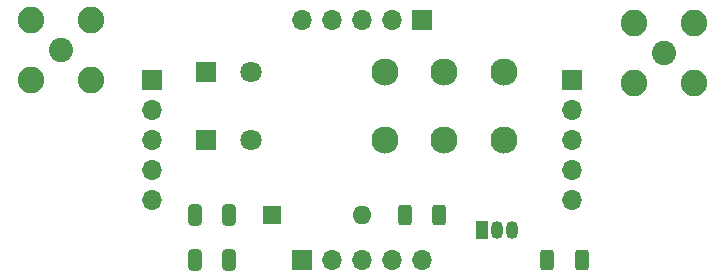
<source format=gbr>
%TF.GenerationSoftware,KiCad,Pcbnew,9.0.6*%
%TF.CreationDate,2026-01-07T20:23:40-06:00*%
%TF.ProjectId,K9HZ_100W_11band_LPF-TR-carrier_01_06_26,4b39485a-5f31-4303-9057-5f313162616e,rev?*%
%TF.SameCoordinates,Original*%
%TF.FileFunction,Soldermask,Top*%
%TF.FilePolarity,Negative*%
%FSLAX46Y46*%
G04 Gerber Fmt 4.6, Leading zero omitted, Abs format (unit mm)*
G04 Created by KiCad (PCBNEW 9.0.6) date 2026-01-07 20:23:40*
%MOMM*%
%LPD*%
G01*
G04 APERTURE LIST*
G04 Aperture macros list*
%AMRoundRect*
0 Rectangle with rounded corners*
0 $1 Rounding radius*
0 $2 $3 $4 $5 $6 $7 $8 $9 X,Y pos of 4 corners*
0 Add a 4 corners polygon primitive as box body*
4,1,4,$2,$3,$4,$5,$6,$7,$8,$9,$2,$3,0*
0 Add four circle primitives for the rounded corners*
1,1,$1+$1,$2,$3*
1,1,$1+$1,$4,$5*
1,1,$1+$1,$6,$7*
1,1,$1+$1,$8,$9*
0 Add four rect primitives between the rounded corners*
20,1,$1+$1,$2,$3,$4,$5,0*
20,1,$1+$1,$4,$5,$6,$7,0*
20,1,$1+$1,$6,$7,$8,$9,0*
20,1,$1+$1,$8,$9,$2,$3,0*%
G04 Aperture macros list end*
%ADD10C,2.250000*%
%ADD11RoundRect,0.250000X-0.312500X-0.625000X0.312500X-0.625000X0.312500X0.625000X-0.312500X0.625000X0*%
%ADD12C,2.300000*%
%ADD13R,1.800000X1.800000*%
%ADD14C,1.800000*%
%ADD15RoundRect,0.250000X0.325000X0.650000X-0.325000X0.650000X-0.325000X-0.650000X0.325000X-0.650000X0*%
%ADD16R,1.700000X1.700000*%
%ADD17O,1.700000X1.700000*%
%ADD18R,1.600000X1.600000*%
%ADD19O,1.600000X1.600000*%
%ADD20R,1.050000X1.500000*%
%ADD21O,1.050000X1.500000*%
%ADD22C,2.050000*%
G04 APERTURE END LIST*
D10*
%TO.C,*%
X115062000Y-78994000D03*
%TD*%
%TO.C,*%
X115062000Y-84074000D03*
%TD*%
%TO.C,*%
X69088000Y-78740000D03*
%TD*%
D11*
%TO.C,R2*%
X107757500Y-99060000D03*
X110682500Y-99060000D03*
%TD*%
%TO.C,R1*%
X95692500Y-95250000D03*
X98617500Y-95250000D03*
%TD*%
D10*
%TO.C,*%
X120142000Y-84074000D03*
%TD*%
D12*
%TO.C,K2*%
X99020000Y-88900000D03*
X93980000Y-88900000D03*
X104060000Y-88900000D03*
D13*
X78860000Y-88900000D03*
D14*
X82640000Y-88900000D03*
%TD*%
D15*
%TO.C,C1*%
X80850000Y-95250000D03*
X77900000Y-95250000D03*
%TD*%
D16*
%TO.C,J22.2*%
X74295000Y-83820000D03*
D17*
X74295000Y-86360000D03*
X74295000Y-88900000D03*
X74295000Y-91440000D03*
X74295000Y-93980000D03*
%TD*%
D12*
%TO.C,K1*%
X99020000Y-83185000D03*
X93980000Y-83185000D03*
X104060000Y-83185000D03*
D13*
X78860000Y-83185000D03*
D14*
X82640000Y-83185000D03*
%TD*%
D18*
%TO.C,D1*%
X84455000Y-95250000D03*
D19*
X92075000Y-95250000D03*
%TD*%
D15*
%TO.C,C2*%
X80850000Y-99060000D03*
X77900000Y-99060000D03*
%TD*%
D20*
%TO.C,Q1*%
X102235000Y-96520000D03*
D21*
X103505000Y-96520000D03*
X104775000Y-96520000D03*
%TD*%
D16*
%TO.C,J23.2*%
X86995000Y-99060000D03*
D17*
X89535000Y-99060000D03*
X92075000Y-99060000D03*
X94615000Y-99060000D03*
X97155000Y-99060000D03*
%TD*%
D10*
%TO.C,*%
X120142000Y-78994000D03*
%TD*%
D16*
%TO.C,J23.1*%
X97155000Y-78740000D03*
D17*
X94615000Y-78740000D03*
X92075000Y-78740000D03*
X89535000Y-78740000D03*
X86995000Y-78740000D03*
%TD*%
D22*
%TO.C,*%
X117602000Y-81534000D03*
%TD*%
D16*
%TO.C,J22.1*%
X109855000Y-83820000D03*
D17*
X109855000Y-86360000D03*
X109855000Y-88900000D03*
X109855000Y-91440000D03*
X109855000Y-93980000D03*
%TD*%
D10*
%TO.C,*%
X69088000Y-83820000D03*
%TD*%
D22*
%TO.C,*%
X66548000Y-81280000D03*
%TD*%
D10*
%TO.C,*%
X64008000Y-78740000D03*
%TD*%
%TO.C,*%
X64008000Y-83820000D03*
%TD*%
M02*

</source>
